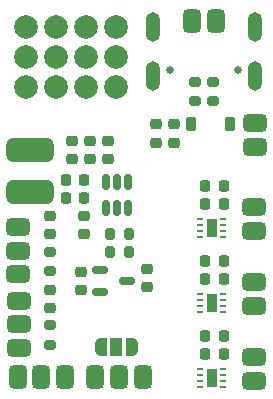
<source format=gbr>
%TF.GenerationSoftware,KiCad,Pcbnew,8.0.2*%
%TF.CreationDate,2024-08-03T15:43:08+02:00*%
%TF.ProjectId,ant control board v1.3,616e7420-636f-46e7-9472-6f6c20626f61,1.1*%
%TF.SameCoordinates,Original*%
%TF.FileFunction,Soldermask,Bot*%
%TF.FilePolarity,Negative*%
%FSLAX46Y46*%
G04 Gerber Fmt 4.6, Leading zero omitted, Abs format (unit mm)*
G04 Created by KiCad (PCBNEW 8.0.2) date 2024-08-03 15:43:08*
%MOMM*%
%LPD*%
G01*
G04 APERTURE LIST*
G04 Aperture macros list*
%AMRoundRect*
0 Rectangle with rounded corners*
0 $1 Rounding radius*
0 $2 $3 $4 $5 $6 $7 $8 $9 X,Y pos of 4 corners*
0 Add a 4 corners polygon primitive as box body*
4,1,4,$2,$3,$4,$5,$6,$7,$8,$9,$2,$3,0*
0 Add four circle primitives for the rounded corners*
1,1,$1+$1,$2,$3*
1,1,$1+$1,$4,$5*
1,1,$1+$1,$6,$7*
1,1,$1+$1,$8,$9*
0 Add four rect primitives between the rounded corners*
20,1,$1+$1,$2,$3,$4,$5,0*
20,1,$1+$1,$4,$5,$6,$7,0*
20,1,$1+$1,$6,$7,$8,$9,0*
20,1,$1+$1,$8,$9,$2,$3,0*%
%AMFreePoly0*
4,1,19,0.550000,-0.750000,0.000000,-0.750000,0.000000,-0.744911,-0.071157,-0.744911,-0.207708,-0.704816,-0.327430,-0.627875,-0.420627,-0.520320,-0.479746,-0.390866,-0.500000,-0.250000,-0.500000,0.250000,-0.479746,0.390866,-0.420627,0.520320,-0.327430,0.627875,-0.207708,0.704816,-0.071157,0.744911,0.000000,0.744911,0.000000,0.750000,0.550000,0.750000,0.550000,-0.750000,0.550000,-0.750000,
$1*%
%AMFreePoly1*
4,1,19,0.000000,0.744911,0.071157,0.744911,0.207708,0.704816,0.327430,0.627875,0.420627,0.520320,0.479746,0.390866,0.500000,0.250000,0.500000,-0.250000,0.479746,-0.390866,0.420627,-0.520320,0.327430,-0.627875,0.207708,-0.704816,0.071157,-0.744911,0.000000,-0.744911,0.000000,-0.750000,-0.550000,-0.750000,-0.550000,0.750000,0.000000,0.750000,0.000000,0.744911,0.000000,0.744911,
$1*%
G04 Aperture macros list end*
%ADD10RoundRect,0.375000X-0.375000X0.625000X-0.375000X-0.625000X0.375000X-0.625000X0.375000X0.625000X0*%
%ADD11RoundRect,0.375000X0.625000X0.375000X-0.625000X0.375000X-0.625000X-0.375000X0.625000X-0.375000X0*%
%ADD12C,2.000000*%
%ADD13C,0.650000*%
%ADD14O,1.250000X2.500000*%
%ADD15RoundRect,0.375000X-0.625000X-0.375000X0.625000X-0.375000X0.625000X0.375000X-0.625000X0.375000X0*%
%ADD16RoundRect,0.225000X-0.225000X-0.250000X0.225000X-0.250000X0.225000X0.250000X-0.225000X0.250000X0*%
%ADD17RoundRect,0.225000X-0.250000X0.225000X-0.250000X-0.225000X0.250000X-0.225000X0.250000X0.225000X0*%
%ADD18RoundRect,0.500000X-1.500000X0.500000X-1.500000X-0.500000X1.500000X-0.500000X1.500000X0.500000X0*%
%ADD19FreePoly0,180.000000*%
%ADD20R,1.000000X1.500000*%
%ADD21FreePoly1,180.000000*%
%ADD22RoundRect,0.200000X-0.275000X0.200000X-0.275000X-0.200000X0.275000X-0.200000X0.275000X0.200000X0*%
%ADD23RoundRect,0.150000X-0.512500X-0.150000X0.512500X-0.150000X0.512500X0.150000X-0.512500X0.150000X0*%
%ADD24RoundRect,0.062500X0.187500X0.062500X-0.187500X0.062500X-0.187500X-0.062500X0.187500X-0.062500X0*%
%ADD25R,0.900000X1.600000*%
%ADD26RoundRect,0.200000X0.200000X0.275000X-0.200000X0.275000X-0.200000X-0.275000X0.200000X-0.275000X0*%
%ADD27RoundRect,0.200000X0.275000X-0.200000X0.275000X0.200000X-0.275000X0.200000X-0.275000X-0.200000X0*%
%ADD28RoundRect,0.225000X0.225000X0.250000X-0.225000X0.250000X-0.225000X-0.250000X0.225000X-0.250000X0*%
%ADD29RoundRect,0.150000X-0.150000X0.512500X-0.150000X-0.512500X0.150000X-0.512500X0.150000X0.512500X0*%
%ADD30RoundRect,0.225000X0.250000X-0.225000X0.250000X0.225000X-0.250000X0.225000X-0.250000X-0.225000X0*%
%ADD31RoundRect,0.200000X-0.200000X-0.275000X0.200000X-0.275000X0.200000X0.275000X-0.200000X0.275000X0*%
%ADD32RoundRect,0.225000X-0.225000X-0.375000X0.225000X-0.375000X0.225000X0.375000X-0.225000X0.375000X0*%
G04 APERTURE END LIST*
D10*
%TO.C,J8*%
X149098000Y-100022096D03*
X147098000Y-100022096D03*
X145098000Y-100022096D03*
%TD*%
D11*
%TO.C,J6*%
X138610905Y-97536000D03*
X138610905Y-95536000D03*
X138610905Y-93536000D03*
%TD*%
D10*
%TO.C,J7*%
X142515905Y-100022096D03*
X140515905Y-100022096D03*
X138515905Y-100022096D03*
%TD*%
D11*
%TO.C,J5*%
X138570905Y-91313000D03*
X138570905Y-89313000D03*
X138570905Y-87313000D03*
%TD*%
D12*
%TO.C,U4*%
X146812000Y-70358000D03*
X146812000Y-72898000D03*
X146812000Y-75438000D03*
X144272000Y-70358000D03*
X144272000Y-72898000D03*
X144272000Y-75438000D03*
X141732000Y-70358000D03*
X141732000Y-72898000D03*
X141732000Y-75438000D03*
X139192000Y-70358000D03*
X139192000Y-72898000D03*
X139192000Y-75438000D03*
%TD*%
D13*
%TO.C,J4*%
X157183000Y-74035500D03*
X151403000Y-74035500D03*
D14*
X158613000Y-74535500D03*
X158613000Y-70355500D03*
X149973000Y-74535500D03*
X149973000Y-70355500D03*
%TD*%
D15*
%TO.C,J11*%
X158496000Y-85604500D03*
X158496000Y-87604500D03*
%TD*%
D16*
%TO.C,C18*%
X142608000Y-83312000D03*
X144158000Y-83312000D03*
%TD*%
D17*
%TO.C,C21*%
X149479000Y-90842800D03*
X149479000Y-92392800D03*
%TD*%
D18*
%TO.C,L1*%
X139573000Y-80772000D03*
X139573000Y-84328000D03*
%TD*%
D19*
%TO.C,JP1*%
X148162800Y-97485200D03*
D20*
X146862800Y-97485200D03*
D21*
X145562800Y-97485200D03*
%TD*%
D17*
%TO.C,C22*%
X143843000Y-91107000D03*
X143843000Y-92657000D03*
%TD*%
D22*
%TO.C,R8*%
X155041600Y-74994000D03*
X155041600Y-76644000D03*
%TD*%
D23*
%TO.C,U3*%
X145499500Y-92832000D03*
X145499500Y-90932000D03*
X147774500Y-91882000D03*
%TD*%
D15*
%TO.C,J10*%
X158496000Y-91948000D03*
X158496000Y-93948000D03*
%TD*%
D17*
%TO.C,C20*%
X150241000Y-78600000D03*
X150241000Y-80150000D03*
%TD*%
D24*
%TO.C,U7*%
X155880500Y-86637500D03*
X155880500Y-87137500D03*
X155880500Y-87637500D03*
X155880500Y-88137500D03*
X153980500Y-88137500D03*
X153980500Y-87637500D03*
X153980500Y-87137500D03*
X153980500Y-86637500D03*
D25*
X154930500Y-87387500D03*
%TD*%
D17*
%TO.C,C7*%
X146177000Y-79997000D03*
X146177000Y-81547000D03*
%TD*%
D26*
%TO.C,R7*%
X147955000Y-87884000D03*
X146305000Y-87884000D03*
%TD*%
D27*
%TO.C,R11*%
X141224000Y-97243400D03*
X141224000Y-95593400D03*
%TD*%
D17*
%TO.C,C19*%
X151765000Y-78600000D03*
X151765000Y-80150000D03*
%TD*%
D11*
%TO.C,J2*%
X158632500Y-80511500D03*
X158632500Y-78511500D03*
%TD*%
D17*
%TO.C,C23*%
X141224000Y-86372400D03*
X141224000Y-87922400D03*
%TD*%
D16*
%TO.C,C17*%
X142608000Y-84836000D03*
X144158000Y-84836000D03*
%TD*%
D28*
%TO.C,C28*%
X155959500Y-98055500D03*
X154409500Y-98055500D03*
%TD*%
D16*
%TO.C,C26*%
X154409500Y-90181500D03*
X155959500Y-90181500D03*
%TD*%
D17*
%TO.C,C24*%
X141224000Y-92595400D03*
X141224000Y-94145400D03*
%TD*%
D16*
%TO.C,C27*%
X154409500Y-83831500D03*
X155959500Y-83831500D03*
%TD*%
D29*
%TO.C,U1*%
X145989000Y-83444500D03*
X146939000Y-83444500D03*
X147889000Y-83444500D03*
X147889000Y-85719500D03*
X146939000Y-85719500D03*
X145989000Y-85719500D03*
%TD*%
D10*
%TO.C,J1*%
X155279600Y-69824600D03*
X153279600Y-69824600D03*
%TD*%
D30*
%TO.C,C14*%
X144145000Y-87897000D03*
X144145000Y-86347000D03*
%TD*%
D31*
%TO.C,R6*%
X146305000Y-89408000D03*
X147955000Y-89408000D03*
%TD*%
D16*
%TO.C,C25*%
X154409500Y-96531500D03*
X155959500Y-96531500D03*
%TD*%
D24*
%TO.C,U5*%
X155880500Y-99337500D03*
X155880500Y-99837500D03*
X155880500Y-100337500D03*
X155880500Y-100837500D03*
X153980500Y-100837500D03*
X153980500Y-100337500D03*
X153980500Y-99837500D03*
X153980500Y-99337500D03*
D25*
X154930500Y-100087500D03*
%TD*%
D27*
%TO.C,R10*%
X141224000Y-91020400D03*
X141224000Y-89370400D03*
%TD*%
D28*
%TO.C,C30*%
X155959500Y-85355500D03*
X154409500Y-85355500D03*
%TD*%
D15*
%TO.C,J9*%
X158496000Y-98298000D03*
X158496000Y-100298000D03*
%TD*%
D17*
%TO.C,C5*%
X143129000Y-79997000D03*
X143129000Y-81547000D03*
%TD*%
%TO.C,C6*%
X144653000Y-79997000D03*
X144653000Y-81547000D03*
%TD*%
D22*
%TO.C,R9*%
X153568400Y-74994000D03*
X153568400Y-76644000D03*
%TD*%
D28*
%TO.C,C29*%
X155959500Y-91705500D03*
X154409500Y-91705500D03*
%TD*%
D24*
%TO.C,U6*%
X155880500Y-92987500D03*
X155880500Y-93487500D03*
X155880500Y-93987500D03*
X155880500Y-94487500D03*
X153980500Y-94487500D03*
X153980500Y-93987500D03*
X153980500Y-93487500D03*
X153980500Y-92987500D03*
D25*
X154930500Y-93737500D03*
%TD*%
D32*
%TO.C,D2*%
X153213800Y-78613000D03*
X156513800Y-78613000D03*
%TD*%
M02*

</source>
